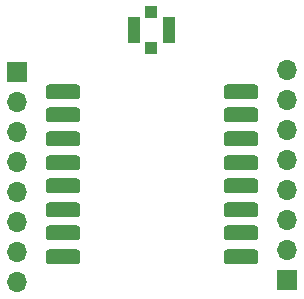
<source format=gts>
G04 #@! TF.GenerationSoftware,KiCad,Pcbnew,8.0.1*
G04 #@! TF.CreationDate,2024-04-21T16:22:43+01:00*
G04 #@! TF.ProjectId,lora_adapter,6c6f7261-5f61-4646-9170-7465722e6b69,rev?*
G04 #@! TF.SameCoordinates,Original*
G04 #@! TF.FileFunction,Soldermask,Top*
G04 #@! TF.FilePolarity,Negative*
%FSLAX46Y46*%
G04 Gerber Fmt 4.6, Leading zero omitted, Abs format (unit mm)*
G04 Created by KiCad (PCBNEW 8.0.1) date 2024-04-21 16:22:43*
%MOMM*%
%LPD*%
G01*
G04 APERTURE LIST*
G04 Aperture macros list*
%AMRoundRect*
0 Rectangle with rounded corners*
0 $1 Rounding radius*
0 $2 $3 $4 $5 $6 $7 $8 $9 X,Y pos of 4 corners*
0 Add a 4 corners polygon primitive as box body*
4,1,4,$2,$3,$4,$5,$6,$7,$8,$9,$2,$3,0*
0 Add four circle primitives for the rounded corners*
1,1,$1+$1,$2,$3*
1,1,$1+$1,$4,$5*
1,1,$1+$1,$6,$7*
1,1,$1+$1,$8,$9*
0 Add four rect primitives between the rounded corners*
20,1,$1+$1,$2,$3,$4,$5,0*
20,1,$1+$1,$4,$5,$6,$7,0*
20,1,$1+$1,$6,$7,$8,$9,0*
20,1,$1+$1,$8,$9,$2,$3,0*%
G04 Aperture macros list end*
%ADD10R,1.000000X1.000000*%
%ADD11R,1.050000X2.200000*%
%ADD12RoundRect,0.317500X-1.157500X-0.317500X1.157500X-0.317500X1.157500X0.317500X-1.157500X0.317500X0*%
%ADD13O,1.700000X1.700000*%
%ADD14R,1.700000X1.700000*%
G04 APERTURE END LIST*
D10*
X79933800Y-86869400D03*
D11*
X78458800Y-85369400D03*
D10*
X79933800Y-83869400D03*
D11*
X81408800Y-85369400D03*
D12*
X72434200Y-90586800D03*
X72434200Y-92586800D03*
X72434200Y-94586800D03*
X72434200Y-96586800D03*
X72434200Y-98586800D03*
X72434200Y-100586800D03*
X72434200Y-102586800D03*
X72434200Y-104586800D03*
X87484200Y-104586800D03*
X87484200Y-102586800D03*
X87484200Y-100586800D03*
X87484200Y-98586800D03*
X87484200Y-96586800D03*
X87484200Y-94586800D03*
X87484200Y-92586800D03*
X87484200Y-90586800D03*
D13*
X91440000Y-88773000D03*
X91440000Y-91313000D03*
X91440000Y-93853000D03*
X91440000Y-96393000D03*
X91440000Y-98933000D03*
X91440000Y-101473000D03*
X91440000Y-104013000D03*
D14*
X91440000Y-106553000D03*
X68580000Y-88900000D03*
D13*
X68580000Y-91440000D03*
X68580000Y-93980000D03*
X68580000Y-96520000D03*
X68580000Y-99060000D03*
X68580000Y-101600000D03*
X68580000Y-104140000D03*
X68580000Y-106680000D03*
M02*

</source>
